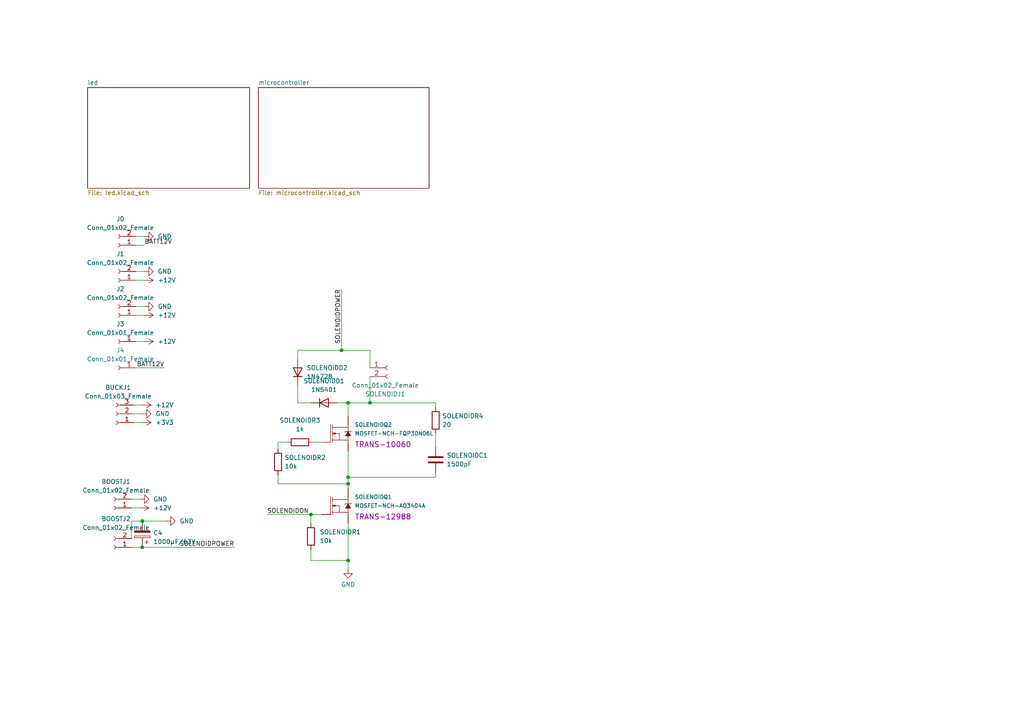
<source format=kicad_sch>
(kicad_sch (version 20211123) (generator eeschema)
  (paper "A4")
  (title_block (title "Layer 1") (date "2022-02-01") (rev "0.1"))
  (lib_symbols
    (symbol "Connector:Conn_01x01_Female" (pin_names (offset 1.016) hide)
      (property "Reference" "J" (at 0 2.54 0))
      (property "Value" "Conn_01x01_Female" (at 0 -2.54 0))
      (symbol "Conn_01x01_Female_1_1"
        (polyline (pts (xy -1.27 0) (xy -0.508 0)) (stroke (width 0.1524)))
        (arc (start 0 0.508) (mid -0.508 0) (end 0 -0.508) (stroke (width 0.1524)))
        (pin passive line (at -5.08 0 0) (length 3.81) (name "Pin_1") (number "1"))
      )
    )
    (symbol "Connector:Conn_01x02_Female" (pin_names (offset 1.016) hide)
      (property "Reference" "J" (at 0 2.54 0))
      (property "Value" "Conn_01x02_Female" (at 0 -5.08 0))
      (symbol "Conn_01x02_Female_1_1"
        (arc (start 0 -2.032) (mid -0.508 -2.54) (end 0 -3.048) (stroke (width 0.1524)))
        (polyline (pts (xy -1.27 -2.54) (xy -0.508 -2.54)) (stroke (width 0.1524)))
        (polyline (pts (xy -1.27 0) (xy -0.508 0)) (stroke (width 0.1524)))
        (arc (start 0 0.508) (mid -0.508 0) (end 0 -0.508) (stroke (width 0.1524)))
        (pin passive line (at -5.08 0 0) (length 3.81) (name "Pin_1") (number "1"))
        (pin passive line (at -5.08 -2.54 0) (length 3.81) (name "Pin_2") (number "2"))
      )
    )
    (symbol "Connector:Conn_01x03_Female" (pin_names (offset 1.016) hide)
      (property "Reference" "J" (at 0 5.08 0))
      (property "Value" "Conn_01x03_Female" (at 0 -5.08 0))
      (symbol "Conn_01x03_Female_1_1"
        (arc (start 0 -2.032) (mid -0.508 -2.54) (end 0 -3.048) (stroke (width 0.1524)))
        (polyline (pts (xy -1.27 -2.54) (xy -0.508 -2.54)) (stroke (width 0.1524)))
        (polyline (pts (xy -1.27 0) (xy -0.508 0)) (stroke (width 0.1524)))
        (polyline (pts (xy -1.27 2.54) (xy -0.508 2.54)) (stroke (width 0.1524)))
        (arc (start 0 0.508) (mid -0.508 0) (end 0 -0.508) (stroke (width 0.1524)))
        (arc (start 0 3.048) (mid -0.508 2.54) (end 0 2.032) (stroke (width 0.1524)))
        (pin passive line (at -5.08 2.54 0) (length 3.81) (name "Pin_1") (number "1"))
        (pin passive line (at -5.08 0 0) (length 3.81) (name "Pin_2") (number "2"))
        (pin passive line (at -5.08 -2.54 0) (length 3.81) (name "Pin_3") (number "3"))
      )
    )
    (symbol "Device:C" (pin_numbers hide) (pin_names (offset 0.254))
      (property "Reference" "C" (at 0.635 2.54 0))
      (property "Value" "C" (at 0.635 -2.54 0))
      (symbol "C_0_1"
        (polyline (pts (xy -2.032 -0.762) (xy 2.032 -0.762)) (stroke (width 0.508)))
        (polyline (pts (xy -2.032 0.762) (xy 2.032 0.762)) (stroke (width 0.508)))
      )
      (symbol "C_1_1"
        (pin passive line (at 0 3.81 270) (length 2.794) (name "~") (number "1"))
        (pin passive line (at 0 -3.81 90) (length 2.794) (name "~") (number "2"))
      )
    )
    (symbol "Device:C_Polarized" (pin_numbers hide) (pin_names (offset 0.254))
      (property "Reference" "C" (at 0.635 2.54 0))
      (property "Value" "C_Polarized" (at 0.635 -2.54 0))
      (symbol "C_Polarized_0_1"
        (rectangle (start -2.286 0.508) (end 2.286 1.016))
        (polyline (pts (xy -1.778 2.286) (xy -0.762 2.286)))
        (polyline (pts (xy -1.27 2.794) (xy -1.27 1.778)))
        (rectangle (start 2.286 -0.508) (end -2.286 -1.016) (fill (type outline)))
      )
      (symbol "C_Polarized_1_1"
        (pin passive line (at 0 3.81 270) (length 2.794) (name "~") (number "1"))
        (pin passive line (at 0 -3.81 90) (length 2.794) (name "~") (number "2"))
      )
    )
    (symbol "Device:D" (pin_numbers hide) (pin_names (offset 1.016) hide)
      (property "Reference" "D" (at 0 2.54 0))
      (property "Value" "D" (at 0 -2.54 0))
      (symbol "D_0_1"
        (polyline (pts (xy -1.27 1.27) (xy -1.27 -1.27)) (stroke (width 0.254)))
        (polyline (pts (xy 1.27 0) (xy -1.27 0)))
        (polyline (pts (xy 1.27 1.27) (xy 1.27 -1.27) (xy -1.27 0) (xy 1.27 1.27)) (stroke (width 0.254)))
      )
      (symbol "D_1_1"
        (pin passive line (at -3.81 0 0) (length 2.54) (name "K") (number "1"))
        (pin passive line (at 3.81 0 180) (length 2.54) (name "A") (number "2"))
      )
    )
    (symbol "Device:R" (pin_numbers hide) (pin_names (offset 0))
      (property "Reference" "R" (at 2.032 0 90))
      (property "Value" "R" (at 0 0 90))
      (symbol "R_0_1"
        (rectangle (start -1.016 -2.54) (end 1.016 2.54) (stroke (width 0.254)))
      )
      (symbol "R_1_1"
        (pin passive line (at 0 3.81 270) (length 1.27) (name "~") (number "1"))
        (pin passive line (at 0 -3.81 90) (length 1.27) (name "~") (number "2"))
      )
    )
    (symbol "SparkFun-DiscreteSemi:MOSFET-NCH-AO3404A" (pin_numbers hide) (pin_names (offset 1.016) hide)
      (property "Reference" "Q" (at 3.81 3.81 0))
      (property "Value" "MOSFET-NCH-AO3404A" (at 3.81 -5.08 0))
      (property "Field4" "TRANS-12988" (at 0 7.62 0))
      (symbol "MOSFET-NCH-AO3404A_1_0"
        (polyline (pts (xy -2.54 -2.54) (xy -2.54 2.54)))
        (polyline (pts (xy -1.9812 -1.905) (xy -1.9812 -2.54)))
        (polyline (pts (xy -1.9812 -1.905) (xy 0 -1.905)))
        (polyline (pts (xy -1.9812 -1.2954) (xy -1.9812 -1.905)))
        (polyline (pts (xy -1.9812 0.6858) (xy -1.9812 -0.8382)))
        (polyline (pts (xy -1.9812 1.8034) (xy -1.9812 1.0922)))
        (polyline (pts (xy -1.9812 1.8034) (xy 2.54 1.8034)))
        (polyline (pts (xy -1.9812 2.54) (xy -1.9812 1.8034)))
        (polyline (pts (xy 0 -1.905) (xy 0 0)))
        (polyline (pts (xy 0 0) (xy -1.2192 0)))
        (polyline (pts (xy 1.6002 0.381) (xy 1.778 0.5588)))
        (polyline (pts (xy 2.54 -2.54) (xy 2.54 -1.905)))
        (polyline (pts (xy 2.54 -1.905) (xy 0 -1.905)))
        (polyline (pts (xy 2.54 -0.7112) (xy 2.54 -1.905)))
        (polyline (pts (xy 2.54 0.5588) (xy 1.778 0.5588)))
        (polyline (pts (xy 2.54 0.5588) (xy 3.302 0.5588)))
        (polyline (pts (xy 2.54 1.8034) (xy 2.54 0.5588)))
        (polyline (pts (xy 2.54 2.54) (xy 2.54 1.8034)))
        (polyline (pts (xy 3.302 0.5588) (xy 3.4798 0.7366)))
      )
      (symbol "MOSFET-NCH-AO3404A_1_1"
        (polyline (pts (xy -1.9812 0) (xy -1.2192 0.254) (xy -1.2192 0.254) (xy -1.2192 -0.254) (xy -1.2192 -0.254) (xy -1.9812 0)) (fill (type outline)))
        (polyline (pts (xy 1.778 -0.7112) (xy 2.54 0.5588) (xy 2.54 0.5588) (xy 3.302 -0.7112) (xy 3.302 -0.7112) (xy 1.778 -0.7112)) (fill (type outline)))
        (pin bidirectional line (at -5.08 -2.54 0) (length 2.54) (name "G") (number "1"))
        (pin bidirectional line (at 2.54 -5.08 90) (length 2.54) (name "S") (number "2"))
        (pin bidirectional line (at 2.54 5.08 270) (length 2.54) (name "D") (number "3"))
      )
    )
    (symbol "SparkFun-DiscreteSemi:MOSFET-NCH-FQP30N06L" (pin_numbers hide) (pin_names (offset 1.016) hide)
      (property "Reference" "Q" (at 3.81 3.81 0))
      (property "Value" "MOSFET-NCH-FQP30N06L" (at 3.81 -5.08 0))
      (property "Field4" "TRANS-10060" (at 0 7.62 0))
      (symbol "MOSFET-NCH-FQP30N06L_1_0"
        (polyline (pts (xy -2.54 -2.54) (xy -2.54 2.54)))
        (polyline (pts (xy -1.9812 -1.905) (xy -1.9812 -2.54)))
        (polyline (pts (xy -1.9812 -1.905) (xy 0 -1.905)))
        (polyline (pts (xy -1.9812 -1.2954) (xy -1.9812 -1.905)))
        (polyline (pts (xy -1.9812 0.6858) (xy -1.9812 -0.8382)))
        (polyline (pts (xy -1.9812 1.8034) (xy -1.9812 1.0922)))
        (polyline (pts (xy -1.9812 1.8034) (xy 2.54 1.8034)))
        (polyline (pts (xy -1.9812 2.54) (xy -1.9812 1.8034)))
        (polyline (pts (xy 0 -1.905) (xy 0 0)))
        (polyline (pts (xy 0 0) (xy -1.2192 0)))
        (polyline (pts (xy 1.6002 0.381) (xy 1.778 0.5588)))
        (polyline (pts (xy 2.54 -2.54) (xy 2.54 -1.905)))
        (polyline (pts (xy 2.54 -1.905) (xy 0 -1.905)))
        (polyline (pts (xy 2.54 -0.7112) (xy 2.54 -1.905)))
        (polyline (pts (xy 2.54 0.5588) (xy 1.778 0.5588)))
        (polyline (pts (xy 2.54 0.5588) (xy 3.302 0.5588)))
        (polyline (pts (xy 2.54 1.8034) (xy 2.54 0.5588)))
        (polyline (pts (xy 2.54 2.54) (xy 2.54 1.8034)))
        (polyline (pts (xy 3.302 0.5588) (xy 3.4798 0.7366)))
      )
      (symbol "MOSFET-NCH-FQP30N06L_1_1"
        (polyline (pts (xy -1.9812 0) (xy -1.2192 0.254) (xy -1.2192 0.254) (xy -1.2192 -0.254) (xy -1.2192 -0.254) (xy -1.9812 0)) (fill (type outline)))
        (polyline (pts (xy 1.778 -0.7112) (xy 2.54 0.5588) (xy 2.54 0.5588) (xy 3.302 -0.7112) (xy 3.302 -0.7112) (xy 1.778 -0.7112)) (fill (type outline)))
        (pin bidirectional line (at -5.08 -2.54 0) (length 2.54) (name "G") (number "1"))
        (pin bidirectional line (at 2.54 5.08 270) (length 2.54) (name "D") (number "2"))
        (pin bidirectional line (at 2.54 -5.08 90) (length 2.54) (name "S") (number "3"))
      )
    )
    (symbol "power:+12V" (power) (pin_names (offset 0))
      (property "Value" "+12V" (at 0 3.556 0))
      (symbol "+12V_0_1"
        (polyline (pts (xy -0.762 1.27) (xy 0 2.54)))
        (polyline (pts (xy 0 0) (xy 0 2.54)))
        (polyline (pts (xy 0 2.54) (xy 0.762 1.27)))
      )
      (symbol "+12V_1_1"
        (pin power_in line (at 0 0 90) (length 0) hide (name "+12V") (number "1"))
      )
    )
    (symbol "power:+3V3" (power) (pin_names (offset 0))
      (property "Value" "+3V3" (at 0 3.556 0))
      (symbol "+3V3_0_1"
        (polyline (pts (xy -0.762 1.27) (xy 0 2.54)))
        (polyline (pts (xy 0 0) (xy 0 2.54)))
        (polyline (pts (xy 0 2.54) (xy 0.762 1.27)))
      )
      (symbol "+3V3_1_1"
        (pin power_in line (at 0 0 90) (length 0) hide (name "+3V3") (number "1"))
      )
    )
    (symbol "power:GND" (power) (pin_names (offset 0))
      (property "Value" "GND" (at 0 -3.81 0))
      (symbol "GND_0_1"
        (polyline (pts (xy 0 0) (xy 0 -1.27) (xy 1.27 -1.27) (xy 0 -2.54) (xy -1.27 -1.27) (xy 0 -1.27)))
      )
      (symbol "GND_1_1"
        (pin power_in line (at 0 0 270) (length 0) hide (name "GND") (number "1"))
      )
    )
  )
  (junction (at 100.965 116.84))
  (junction (at 41.275 151.13))
  (junction (at 99.06 101.6))
  (junction (at 90.17 149.225))
  (junction (at 100.965 162.56))
  (junction (at 107.315 116.84))
  (junction (at 100.965 138.43))
  (junction (at 100.965 140.335))
  (junction (at 41.275 158.75))
  (wire (pts (xy 38.1 156.21) (xy 38.1 151.13)))
  (wire (pts (xy 80.645 128.27) (xy 83.185 128.27)))
  (wire (pts (xy 80.645 140.335) (xy 100.965 140.335)))
  (wire (pts (xy 39.37 68.58) (xy 41.91 68.58)))
  (wire (pts (xy 38.735 120.015) (xy 41.275 120.015)))
  (wire (pts (xy 100.965 162.56) (xy 100.965 165.1)))
  (wire (pts (xy 38.735 122.555) (xy 41.275 122.555)))
  (wire (pts (xy 100.965 151.765) (xy 100.965 162.56)))
  (wire (pts (xy 39.37 78.74) (xy 41.91 78.74)))
  (wire (pts (xy 126.365 138.43) (xy 100.965 138.43)))
  (wire (pts (xy 100.965 130.81) (xy 100.965 138.43)))
  (wire (pts (xy 38.735 117.475) (xy 41.275 117.475)))
  (wire (pts (xy 86.36 111.76) (xy 86.36 116.84)))
  (wire (pts (xy 38.1 158.75) (xy 41.275 158.75)))
  (wire (pts (xy 39.37 88.9) (xy 41.91 88.9)))
  (wire (pts (xy 100.965 116.84) (xy 100.965 120.65)))
  (wire (pts (xy 126.365 125.73) (xy 126.365 129.54)))
  (wire (pts (xy 41.275 158.75) (xy 67.945 158.75)))
  (wire (pts (xy 86.36 101.6) (xy 99.06 101.6)))
  (wire (pts (xy 39.37 81.28) (xy 41.91 81.28)))
  (wire (pts (xy 39.37 71.12) (xy 41.91 71.12)))
  (wire (pts (xy 100.965 162.56) (xy 90.17 162.56)))
  (wire (pts (xy 126.365 116.84) (xy 126.365 118.11)))
  (wire (pts (xy 100.965 140.335) (xy 100.965 141.605)))
  (wire (pts (xy 41.275 151.13) (xy 48.26 151.13)))
  (wire (pts (xy 38.1 147.32) (xy 40.64 147.32)))
  (wire (pts (xy 90.17 162.56) (xy 90.17 159.385)))
  (wire (pts (xy 80.645 130.175) (xy 80.645 128.27)))
  (wire (pts (xy 90.805 128.27) (xy 93.345 128.27)))
  (wire (pts (xy 80.645 137.795) (xy 80.645 140.335)))
  (wire (pts (xy 39.37 99.06) (xy 41.91 99.06)))
  (wire (pts (xy 77.47 149.225) (xy 90.17 149.225)))
  (wire (pts (xy 107.315 109.22) (xy 107.315 116.84)))
  (wire (pts (xy 39.37 106.68) (xy 47.625 106.68)))
  (wire (pts (xy 97.79 116.84) (xy 100.965 116.84)))
  (wire (pts (xy 126.365 116.84) (xy 107.315 116.84)))
  (wire (pts (xy 126.365 138.43) (xy 126.365 137.16)))
  (wire (pts (xy 86.36 116.84) (xy 90.17 116.84)))
  (wire (pts (xy 86.36 101.6) (xy 86.36 104.14)))
  (wire (pts (xy 38.1 144.78) (xy 40.64 144.78)))
  (wire (pts (xy 90.17 151.765) (xy 90.17 149.225)))
  (wire (pts (xy 38.1 151.13) (xy 41.275 151.13)))
  (wire (pts (xy 90.17 149.225) (xy 93.345 149.225)))
  (wire (pts (xy 107.315 116.84) (xy 100.965 116.84)))
  (wire (pts (xy 99.06 101.6) (xy 99.06 83.82)))
  (wire (pts (xy 39.37 91.44) (xy 41.91 91.44)))
  (wire (pts (xy 99.06 101.6) (xy 107.315 101.6)))
  (wire (pts (xy 107.315 101.6) (xy 107.315 106.68)))
  (wire (pts (xy 100.965 138.43) (xy 100.965 140.335)))
  (label "SOLENOIDPOWER" (at 67.945 158.75 180))
  (label "SOLENOIDON" (at 77.47 149.225 0))
  (label "BATT12V" (at 47.625 106.68 180))
  (label "SOLENOIDPOWER" (at 99.06 83.82 270))
  (label "BATT12V" (at 41.91 71.12 0))
  (symbol (lib_id "Connector:Conn_01x03_Female") (at 33.655 120.015 180) (unit 1)
    (property "Reference" "BUCKJ1" (at 34.29 112.395 0))
    (property "Value" "Conn_01x03_Female" (at 34.29 114.935 0))
    (property "Footprint" "Connectors:1X03_LOCK" (effects hide))
  )
  (symbol (lib_id "power:+12V") (at 41.91 99.06 270) (unit 1)
    (property "Reference" "#PWR0106" (effects hide))
    (property "Value" "+12V" (at 45.72 99.0599 90) (effects (justify left)))
  )
  (symbol (lib_id "SparkFun-DiscreteSemi:MOSFET-NCH-AO3404A") (at 98.425 146.685 0) (unit 1)
    (property "Reference" "SOLENOIDQ1" (at 102.87 144.145 0) (effects (font (size 1.143 1.143)) (justify left)))
    (property "Value" "MOSFET-NCH-AO3404A" (at 102.87 146.685 0) (effects (font (size 1.143 1.143)) (justify left)))
    (property "Footprint" "Silicon-Standard:SOT23-3" (effects hide))
    (property "Field4" "TRANS-12988" (at 102.87 149.86 0) (effects (font (size 1.524 1.524)) (justify left)))
  )
  (symbol (lib_id "Device:C_Polarized") (at 41.275 154.94 180) (unit 1)
    (property "Reference" "C4" (at 44.45 154.5589 0) (effects (justify right)))
    (property "Value" "1000µF/63V" (at 44.45 157.0989 0) (effects (justify right)))
    (property "Footprint" "Capacitor_THT:CP_Radial_D16.0mm_P7.50mm" (effects hide))
  )
  (symbol (lib_id "Device:R") (at 90.17 155.575 0) (unit 1)
    (property "Reference" "SOLENOIDR1" (at 92.71 154.3049 0) (effects (justify left)))
    (property "Value" "10k" (at 92.71 156.8449 0) (effects (justify left)))
    (property "Footprint" "Resistors:0603" (effects hide))
  )
  (symbol (lib_id "Device:D") (at 93.98 116.84 0) (unit 1)
    (property "Reference" "SOLENOIDD1" (at 93.98 110.49 0))
    (property "Value" "1N5401" (at 93.98 113.03 0))
    (property "Footprint" "Diode_THT:D_DO-27_P15.24mm_Horizontal" (effects hide))
  )
  (symbol (lib_id "Connector:Conn_01x02_Female") (at 33.02 147.32 180) (unit 1)
    (property "Reference" "BOOSTJ1" (at 33.655 139.7 0))
    (property "Value" "Conn_01x02_Female" (at 33.655 142.24 0))
    (property "Footprint" "Connector_AMASS:AMASS_XT30U-F_1x02_P5.0mm_Vertical" (effects hide))
  )
  (symbol (lib_id "Device:C") (at 126.365 133.35 0) (unit 1)
    (property "Reference" "SOLENOIDC1" (at 129.54 132.0799 0) (effects (justify left)))
    (property "Value" "1500pF" (at 129.54 134.6199 0) (effects (justify left)))
    (property "Footprint" "Capacitors:0603" (effects hide))
  )
  (symbol (lib_id "Connector:Conn_01x02_Female") (at 34.29 71.12 180) (unit 1)
    (property "Reference" "J0" (at 34.925 63.5 0))
    (property "Value" "Conn_01x02_Female" (at 34.925 66.04 0))
    (property "Footprint" "Connector_AMASS:AMASS_XT60-F_1x02_P7.20mm_Vertical" (effects hide))
  )
  (symbol (lib_id "Device:D") (at 86.36 107.95 90) (unit 1)
    (property "Reference" "SOLENOIDD2" (at 88.9 106.6799 90) (effects (justify right)))
    (property "Value" "1N4728" (at 88.9 109.2199 90) (effects (justify right)))
    (property "Footprint" "Diode_THT:D_DO-41_SOD81_P10.16mm_Horizontal" (effects hide))
  )
  (symbol (lib_id "power:+12V") (at 41.275 117.475 270) (unit 1)
    (property "Reference" "#PWR0122" (effects hide))
    (property "Value" "+12V" (at 45.085 117.4749 90) (effects (justify left)))
  )
  (symbol (lib_id "power:GND") (at 41.91 88.9 90) (unit 1)
    (property "Reference" "#PWR0104" (effects hide))
    (property "Value" "GND" (at 45.72 88.8999 90) (effects (justify right)))
  )
  (symbol (lib_id "power:+3V3") (at 41.275 122.555 270) (unit 1)
    (property "Reference" "#PWR0123" (effects hide))
    (property "Value" "+3V3" (at 45.085 122.5549 90) (effects (justify left)))
  )
  (symbol (lib_id "power:+12V") (at 41.91 91.44 270) (unit 1)
    (property "Reference" "#PWR0105" (effects hide))
    (property "Value" "+12V" (at 45.72 91.4399 90) (effects (justify left)))
  )
  (symbol (lib_id "Connector:Conn_01x02_Female") (at 34.29 91.44 180) (unit 1)
    (property "Reference" "J2" (at 34.925 83.82 0))
    (property "Value" "Conn_01x02_Female" (at 34.925 86.36 0))
    (property "Footprint" "Connector_AMASS:AMASS_XT60-F_1x02_P7.20mm_Vertical" (effects hide))
  )
  (symbol (lib_id "Connector:Conn_01x01_Female") (at 34.29 99.06 180) (unit 1)
    (property "Reference" "J3" (at 34.925 93.98 0))
    (property "Value" "Conn_01x01_Female" (at 34.925 96.52 0))
    (property "Footprint" "Connector_Wire:14AWG" (effects hide))
  )
  (symbol (lib_id "Connector:Conn_01x01_Female") (at 34.29 106.68 180) (unit 1)
    (property "Reference" "J4" (at 34.925 101.6 0))
    (property "Value" "Conn_01x01_Female" (at 34.925 104.14 0))
    (property "Footprint" "Connector_Wire:14AWG" (effects hide))
  )
  (symbol (lib_id "Device:R") (at 126.365 121.92 0) (unit 1)
    (property "Reference" "SOLENOIDR4" (at 128.27 120.6499 0) (effects (justify left)))
    (property "Value" "20" (at 128.27 123.1899 0) (effects (justify left)))
    (property "Footprint" "Resistors:0603" (effects hide))
  )
  (symbol (lib_id "Connector:Conn_01x02_Female") (at 112.395 106.68 0) (unit 1)
    (property "Reference" "SOLENOIDJ1" (at 111.76 114.3 0))
    (property "Value" "Conn_01x02_Female" (at 111.76 111.76 0))
    (property "Footprint" "Connector_AMASS:AMASS_XT30U-F_1x02_P5.0mm_Vertical" (effects hide))
  )
  (symbol (lib_id "Device:R") (at 86.995 128.27 90) (unit 1)
    (property "Reference" "SOLENOIDR3" (at 86.995 121.92 90))
    (property "Value" "1k" (at 86.995 124.46 90))
    (property "Footprint" "Resistors:0603" (effects hide))
  )
  (symbol (lib_id "power:GND") (at 41.275 120.015 90) (unit 1)
    (property "Reference" "#PWR0121" (effects hide))
    (property "Value" "GND" (at 45.085 120.0149 90) (effects (justify right)))
  )
  (symbol (lib_id "power:+12V") (at 40.64 147.32 270) (unit 1)
    (property "Reference" "#PWR0124" (effects hide))
    (property "Value" "+12V" (at 44.45 147.3199 90) (effects (justify left)))
  )
  (symbol (lib_id "power:GND") (at 48.26 151.13 90) (unit 1)
    (property "Reference" "#PWR0126" (effects hide))
    (property "Value" "GND" (at 52.07 151.1299 90) (effects (justify right)))
  )
  (symbol (lib_id "Device:R") (at 80.645 133.985 0) (unit 1)
    (property "Reference" "SOLENOIDR2" (at 82.55 132.7149 0) (effects (justify left)))
    (property "Value" "10k" (at 82.55 135.2549 0) (effects (justify left)))
    (property "Footprint" "Resistors:0603" (effects hide))
  )
  (symbol (lib_id "power:GND") (at 41.91 78.74 90) (unit 1)
    (property "Reference" "#PWR03" (effects hide))
    (property "Value" "GND" (at 45.72 78.7399 90) (effects (justify right)))
  )
  (symbol (lib_id "Connector:Conn_01x02_Female") (at 34.29 81.28 180) (unit 1)
    (property "Reference" "J1" (at 34.925 73.66 0))
    (property "Value" "Conn_01x02_Female" (at 34.925 76.2 0))
    (property "Footprint" "Connector_AMASS:AMASS_XT60-F_1x02_P7.20mm_Vertical" (effects hide))
  )
  (symbol (lib_id "SparkFun-DiscreteSemi:MOSFET-NCH-FQP30N06L") (at 98.425 125.73 0) (unit 1)
    (property "Reference" "SOLENOIDQ2" (at 102.87 123.19 0) (effects (font (size 1.143 1.143)) (justify left)))
    (property "Value" "MOSFET-NCH-FQP30N06L" (at 102.87 125.73 0) (effects (font (size 1.143 1.143)) (justify left)))
    (property "Footprint" "Package_TO_SOT_THT:TO-220-3_Vertical" (effects hide))
    (property "Field4" "TRANS-10060" (at 102.87 128.905 0) (effects (font (size 1.524 1.524)) (justify left)))
  )
  (symbol (lib_id "power:GND") (at 100.965 165.1 0) (unit 1)
    (property "Reference" "#PWR0127" (effects hide))
    (property "Value" "GND" (at 100.965 169.545 0))
  )
  (symbol (lib_id "power:+12V") (at 41.91 81.28 270) (unit 1)
    (property "Reference" "#PWR04" (effects hide))
    (property "Value" "+12V" (at 45.72 81.2799 90) (effects (justify left)))
  )
  (symbol (lib_id "power:GND") (at 40.64 144.78 90) (unit 1)
    (property "Reference" "#PWR0125" (effects hide))
    (property "Value" "GND" (at 44.45 144.7799 90) (effects (justify right)))
  )
  (symbol (lib_id "power:GND") (at 41.91 68.58 90) (unit 1)
    (property "Reference" "#PWR01" (effects hide))
    (property "Value" "GND" (at 45.72 68.5799 90) (effects (justify right)))
  )
  (symbol (lib_id "Connector:Conn_01x02_Female") (at 33.02 158.75 180) (unit 1)
    (property "Reference" "BOOSTJ2" (at 33.655 150.495 0))
    (property "Value" "Conn_01x02_Female" (at 33.655 153.035 0))
    (property "Footprint" "Connector_AMASS:AMASS_XT30U-F_1x02_P5.0mm_Vertical" (effects hide))
  )
  (sheet (at 25.4 25.4) (size 46.99 29.21) (stroke (width 0.1524))
    (property "Sheet name" "led" (at 25.4 24.6884 0) (effects (justify left bottom)))
    (property "Sheet file" "led.kicad_sch" (at 25.4 55.1946 0) (effects (justify left top)))
  )
  (sheet (at 74.93 25.4) (size 49.53 29.21) (stroke (width 0.1524))
    (property "Sheet name" "microcontroller" (at 74.93 24.6884 0) (effects (justify left bottom)))
    (property "Sheet file" "microcontroller.kicad_sch" (at 74.93 55.1946 0) (effects (justify left top)))
  )
)
</source>
